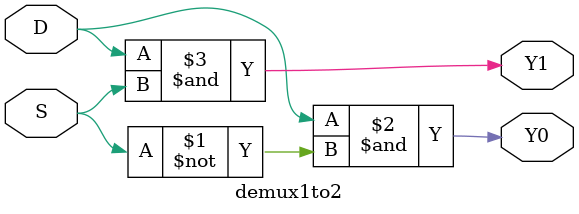
<source format=v>
module demux1to2 (
    input  D,
    input  S,
    output Y0,
    output Y1
);
    assign Y0 = D & ~S;
    assign Y1 = D &  S;
endmodule


/*Output
meenakshi@meenakshi-Inspiron-3501:~/verilog/demux1to2$ vvp demux1to2.out
VCD info: dumpfile demux1to2.vcd opened for output.
$time=0                   0|D=0|S=0|Y0=0|Y1=0
$time=0                  10|D=1|S=0|Y0=1|Y1=0
$time=0                  20|D=0|S=1|Y0=0|Y1=0
$time=0                  30|D=1|S=1|Y0=0|Y1=1
demux1to2_tb.v:23: $finish called at 40 (1s)
*/

</source>
